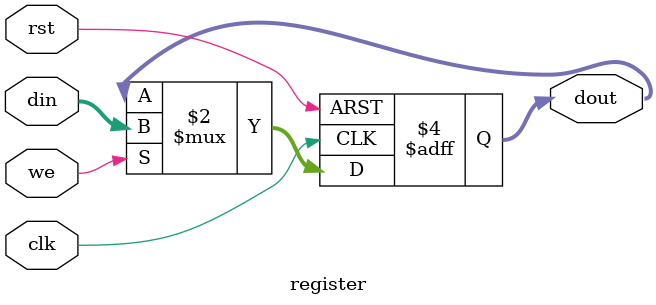
<source format=v>
module register (din, clk, rst, we, dout); // a 32-bit register
	input [31:0] din; // input
	input we; // we: enable
	input clk, rst; // clock and reset
	output reg [31:0] dout; // output 
	always @(posedge clk or posedge rst)
		if (rst) dout <= 0; //  if reset
		else if (we) dout <= din; // save d if enabled
endmodule

</source>
